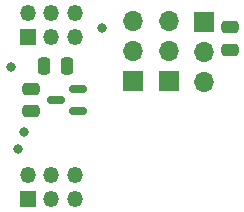
<source format=gbr>
%TF.GenerationSoftware,KiCad,Pcbnew,(5.99.0-8941-ge2f8b1a4b1)*%
%TF.CreationDate,2021-03-10T21:29:07+01:00*%
%TF.ProjectId,mod,6d6f642e-6b69-4636-9164-5f7063625858,rev?*%
%TF.SameCoordinates,Original*%
%TF.FileFunction,Soldermask,Bot*%
%TF.FilePolarity,Negative*%
%FSLAX46Y46*%
G04 Gerber Fmt 4.6, Leading zero omitted, Abs format (unit mm)*
G04 Created by KiCad (PCBNEW (5.99.0-8941-ge2f8b1a4b1)) date 2021-03-10 21:29:07*
%MOMM*%
%LPD*%
G01*
G04 APERTURE LIST*
G04 Aperture macros list*
%AMRoundRect*
0 Rectangle with rounded corners*
0 $1 Rounding radius*
0 $2 $3 $4 $5 $6 $7 $8 $9 X,Y pos of 4 corners*
0 Add a 4 corners polygon primitive as box body*
4,1,4,$2,$3,$4,$5,$6,$7,$8,$9,$2,$3,0*
0 Add four circle primitives for the rounded corners*
1,1,$1+$1,$2,$3*
1,1,$1+$1,$4,$5*
1,1,$1+$1,$6,$7*
1,1,$1+$1,$8,$9*
0 Add four rect primitives between the rounded corners*
20,1,$1+$1,$2,$3,$4,$5,0*
20,1,$1+$1,$4,$5,$6,$7,0*
20,1,$1+$1,$6,$7,$8,$9,0*
20,1,$1+$1,$8,$9,$2,$3,0*%
G04 Aperture macros list end*
%ADD10R,1.700000X1.700000*%
%ADD11O,1.700000X1.700000*%
%ADD12R,1.350000X1.350000*%
%ADD13O,1.350000X1.350000*%
%ADD14RoundRect,0.150000X0.587500X0.150000X-0.587500X0.150000X-0.587500X-0.150000X0.587500X-0.150000X0*%
%ADD15RoundRect,0.250000X0.475000X-0.250000X0.475000X0.250000X-0.475000X0.250000X-0.475000X-0.250000X0*%
%ADD16RoundRect,0.250000X0.250000X0.475000X-0.250000X0.475000X-0.250000X-0.475000X0.250000X-0.475000X0*%
%ADD17RoundRect,0.250000X-0.475000X0.250000X-0.475000X-0.250000X0.475000X-0.250000X0.475000X0.250000X0*%
%ADD18C,0.800000*%
G04 APERTURE END LIST*
D10*
%TO.C,J3*%
X138200000Y-92975000D03*
D11*
X138200000Y-95515000D03*
X138200000Y-98055000D03*
%TD*%
D10*
%TO.C,J5*%
X135200000Y-98050000D03*
D11*
X135200000Y-95510000D03*
X135200000Y-92970000D03*
%TD*%
D12*
%TO.C,J2*%
X123250000Y-94250000D03*
D13*
X123250000Y-92250000D03*
X125250000Y-94250000D03*
X125250000Y-92250000D03*
X127250000Y-94250000D03*
X127250000Y-92250000D03*
%TD*%
D12*
%TO.C,J1*%
X123250000Y-108000000D03*
D13*
X123250000Y-106000000D03*
X125250000Y-108000000D03*
X125250000Y-106000000D03*
X127250000Y-108000000D03*
X127250000Y-106000000D03*
%TD*%
D10*
%TO.C,J4*%
X132200000Y-98025000D03*
D11*
X132200000Y-95485000D03*
X132200000Y-92945000D03*
%TD*%
D14*
%TO.C,U1*%
X127537500Y-98650000D03*
X127537500Y-100550000D03*
X125662500Y-99600000D03*
%TD*%
D15*
%TO.C,C1*%
X123500000Y-100550000D03*
X123500000Y-98650000D03*
%TD*%
D16*
%TO.C,C3*%
X126550000Y-96700000D03*
X124650000Y-96700000D03*
%TD*%
D17*
%TO.C,R1*%
X140400000Y-93450000D03*
X140400000Y-95350000D03*
%TD*%
D18*
X122900000Y-102300000D03*
X121800000Y-96800000D03*
X122400000Y-103800000D03*
X129571258Y-93484979D03*
M02*

</source>
